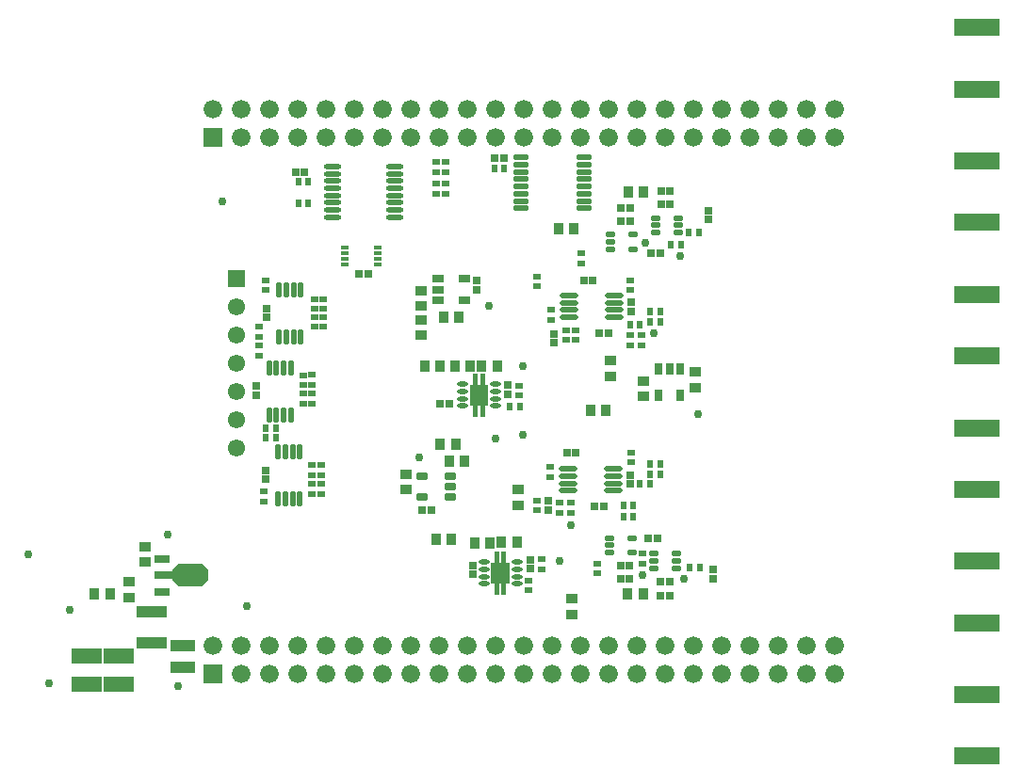
<source format=gbs>
G04 Layer_Color=16711935*
%FSLAX44Y44*%
%MOMM*%
G71*
G01*
G75*
%ADD102C,0.7500*%
%ADD103R,0.6000X0.7000*%
%ADD104R,0.6700X0.6700*%
%ADD105R,0.7000X0.6000*%
%ADD106R,1.0500X0.8500*%
%ADD107R,0.8500X1.0500*%
%ADD109R,0.6700X0.6700*%
%ADD113R,4.1000X1.6500*%
%ADD129O,1.5500X0.5000*%
%ADD130O,1.6500X0.5490*%
%ADD133R,2.7500X1.1000*%
%ADD141R,0.8000X1.0500*%
%ADD152C,1.5500*%
%ADD153R,1.5500X1.5500*%
%ADD154C,1.6740*%
%ADD155R,1.6740X1.6740*%
%ADD156R,2.7500X1.3500*%
G04:AMPARAMS|DCode=157|XSize=0.549mm|YSize=0.8mm|CornerRadius=0.1249mm|HoleSize=0mm|Usage=FLASHONLY|Rotation=90.000|XOffset=0mm|YOffset=0mm|HoleType=Round|Shape=RoundedRectangle|*
%AMROUNDEDRECTD157*
21,1,0.5490,0.5503,0,0,90.0*
21,1,0.2993,0.8000,0,0,90.0*
1,1,0.2498,0.2751,0.1496*
1,1,0.2498,0.2751,-0.1496*
1,1,0.2498,-0.2751,-0.1496*
1,1,0.2498,-0.2751,0.1496*
%
%ADD157ROUNDEDRECTD157*%
%ADD158R,0.9500X1.0500*%
%ADD159R,2.2300X1.1300*%
%ADD160R,1.6400X1.8900*%
%ADD161O,0.9900X0.4400*%
G04:AMPARAMS|DCode=162|XSize=0.4mm|YSize=0.75mm|CornerRadius=0.125mm|HoleSize=0mm|Usage=FLASHONLY|Rotation=270.000|XOffset=0mm|YOffset=0mm|HoleType=Round|Shape=RoundedRectangle|*
%AMROUNDEDRECTD162*
21,1,0.4000,0.5000,0,0,270.0*
21,1,0.1500,0.7500,0,0,270.0*
1,1,0.2500,-0.2500,-0.0750*
1,1,0.2500,-0.2500,0.0750*
1,1,0.2500,0.2500,0.0750*
1,1,0.2500,0.2500,-0.0750*
%
%ADD162ROUNDEDRECTD162*%
%ADD163R,1.0500X0.7500*%
%ADD164R,1.0500X0.9500*%
G04:AMPARAMS|DCode=165|XSize=1.95mm|YSize=3.15mm|CornerRadius=0mm|HoleSize=0mm|Usage=FLASHONLY|Rotation=270.000|XOffset=0mm|YOffset=0mm|HoleType=Round|Shape=Octagon|*
%AMOCTAGOND165*
4,1,8,1.5750,0.4875,1.5750,-0.4875,1.0875,-0.9750,-1.0875,-0.9750,-1.5750,-0.4875,-1.5750,0.4875,-1.0875,0.9750,1.0875,0.9750,1.5750,0.4875,0.0*
%
%ADD165OCTAGOND165*%

%ADD166R,1.3500X0.6500*%
%ADD167R,1.7500X0.6500*%
G04:AMPARAMS|DCode=168|XSize=0.549mm|YSize=1.3mm|CornerRadius=0.1189mm|HoleSize=0mm|Usage=FLASHONLY|Rotation=0.000|XOffset=0mm|YOffset=0mm|HoleType=Round|Shape=RoundedRectangle|*
%AMROUNDEDRECTD168*
21,1,0.5490,1.0622,0,0,0.0*
21,1,0.3112,1.3000,0,0,0.0*
1,1,0.2378,0.1556,-0.5311*
1,1,0.2378,-0.1556,-0.5311*
1,1,0.2378,-0.1556,0.5311*
1,1,0.2378,0.1556,0.5311*
%
%ADD168ROUNDEDRECTD168*%
G04:AMPARAMS|DCode=169|XSize=0.5499mm|YSize=1.35mm|CornerRadius=0.125mm|HoleSize=0mm|Usage=FLASHONLY|Rotation=90.000|XOffset=0mm|YOffset=0mm|HoleType=Round|Shape=RoundedRectangle|*
%AMROUNDEDRECTD169*
21,1,0.5499,1.1000,0,0,90.0*
21,1,0.2999,1.3500,0,0,90.0*
1,1,0.2500,0.5500,0.1500*
1,1,0.2500,0.5500,-0.1500*
1,1,0.2500,-0.5500,-0.1500*
1,1,0.2500,-0.5500,0.1500*
%
%ADD169ROUNDEDRECTD169*%
G04:AMPARAMS|DCode=170|XSize=0.7mm|YSize=0.95mm|CornerRadius=0.1245mm|HoleSize=0mm|Usage=FLASHONLY|Rotation=90.000|XOffset=0mm|YOffset=0mm|HoleType=Round|Shape=RoundedRectangle|*
%AMROUNDEDRECTD170*
21,1,0.7000,0.7010,0,0,90.0*
21,1,0.4510,0.9500,0,0,90.0*
1,1,0.2490,0.3505,0.2255*
1,1,0.2490,0.3505,-0.2255*
1,1,0.2490,-0.3505,-0.2255*
1,1,0.2490,-0.3505,0.2255*
%
%ADD170ROUNDEDRECTD170*%
G36*
X1221760Y891693D02*
X1221867Y891668D01*
X1221969Y891626D01*
X1222063Y891568D01*
X1222147Y891497D01*
X1222218Y891413D01*
X1222276Y891319D01*
X1222318Y891217D01*
X1222344Y891110D01*
X1222352Y891000D01*
Y881452D01*
X1224500D01*
X1224610Y881443D01*
X1224717Y881418D01*
X1224819Y881376D01*
X1224913Y881318D01*
X1224997Y881246D01*
X1225068Y881163D01*
X1225126Y881069D01*
X1225168Y880967D01*
X1225194Y880860D01*
X1225202Y880750D01*
Y863250D01*
X1225194Y863140D01*
X1225168Y863033D01*
X1225126Y862931D01*
X1225068Y862837D01*
X1224997Y862754D01*
X1224913Y862682D01*
X1224819Y862624D01*
X1224717Y862582D01*
X1224610Y862557D01*
X1224500Y862548D01*
X1222352D01*
Y853000D01*
X1222344Y852890D01*
X1222318Y852783D01*
X1222276Y852681D01*
X1222218Y852587D01*
X1222147Y852504D01*
X1222063Y852432D01*
X1221969Y852374D01*
X1221867Y852332D01*
X1221760Y852307D01*
X1221650Y852298D01*
X1218850D01*
X1218740Y852307D01*
X1218633Y852332D01*
X1218531Y852374D01*
X1218437Y852432D01*
X1218354Y852504D01*
X1218282Y852587D01*
X1218224Y852681D01*
X1218182Y852783D01*
X1218157Y852890D01*
X1218148Y853000D01*
Y862548D01*
X1215852D01*
Y853000D01*
X1215844Y852890D01*
X1215818Y852783D01*
X1215776Y852681D01*
X1215718Y852587D01*
X1215647Y852504D01*
X1215563Y852432D01*
X1215469Y852374D01*
X1215367Y852332D01*
X1215260Y852307D01*
X1215150Y852298D01*
X1212350D01*
X1212240Y852307D01*
X1212133Y852332D01*
X1212031Y852374D01*
X1211937Y852432D01*
X1211854Y852504D01*
X1211782Y852587D01*
X1211724Y852681D01*
X1211682Y852783D01*
X1211657Y852890D01*
X1211648Y853000D01*
Y862548D01*
X1209500D01*
X1209390Y862557D01*
X1209283Y862582D01*
X1209181Y862624D01*
X1209087Y862682D01*
X1209004Y862754D01*
X1208932Y862837D01*
X1208875Y862931D01*
X1208832Y863033D01*
X1208807Y863140D01*
X1208798Y863250D01*
Y880750D01*
X1208807Y880860D01*
X1208832Y880967D01*
X1208875Y881069D01*
X1208932Y881163D01*
X1209004Y881246D01*
X1209087Y881318D01*
X1209181Y881376D01*
X1209283Y881418D01*
X1209390Y881443D01*
X1209500Y881452D01*
X1211648D01*
Y891000D01*
X1211657Y891110D01*
X1211682Y891217D01*
X1211724Y891319D01*
X1211782Y891413D01*
X1211854Y891497D01*
X1211937Y891568D01*
X1212031Y891626D01*
X1212133Y891668D01*
X1212240Y891693D01*
X1212350Y891702D01*
X1215150D01*
X1215260Y891693D01*
X1215367Y891668D01*
X1215469Y891626D01*
X1215563Y891568D01*
X1215647Y891497D01*
X1215718Y891413D01*
X1215776Y891319D01*
X1215818Y891217D01*
X1215844Y891110D01*
X1215852Y891000D01*
Y881452D01*
X1218148D01*
Y891000D01*
X1218157Y891110D01*
X1218182Y891217D01*
X1218224Y891319D01*
X1218282Y891413D01*
X1218354Y891497D01*
X1218437Y891568D01*
X1218531Y891626D01*
X1218633Y891668D01*
X1218740Y891693D01*
X1218850Y891702D01*
X1221650D01*
X1221760Y891693D01*
D02*
G37*
G36*
X1202760Y1051693D02*
X1202867Y1051668D01*
X1202969Y1051626D01*
X1203063Y1051568D01*
X1203146Y1051497D01*
X1203218Y1051413D01*
X1203276Y1051319D01*
X1203318Y1051217D01*
X1203344Y1051110D01*
X1203352Y1051000D01*
Y1041452D01*
X1205500D01*
X1205610Y1041443D01*
X1205717Y1041418D01*
X1205819Y1041376D01*
X1205913Y1041318D01*
X1205996Y1041246D01*
X1206068Y1041163D01*
X1206126Y1041069D01*
X1206168Y1040967D01*
X1206193Y1040860D01*
X1206202Y1040750D01*
Y1023250D01*
X1206193Y1023140D01*
X1206168Y1023033D01*
X1206126Y1022931D01*
X1206068Y1022837D01*
X1205996Y1022754D01*
X1205913Y1022682D01*
X1205819Y1022624D01*
X1205717Y1022582D01*
X1205610Y1022557D01*
X1205500Y1022548D01*
X1203352D01*
Y1013000D01*
X1203344Y1012890D01*
X1203318Y1012783D01*
X1203276Y1012681D01*
X1203218Y1012587D01*
X1203146Y1012504D01*
X1203063Y1012432D01*
X1202969Y1012374D01*
X1202867Y1012332D01*
X1202760Y1012307D01*
X1202650Y1012298D01*
X1199850D01*
X1199740Y1012307D01*
X1199633Y1012332D01*
X1199531Y1012374D01*
X1199437Y1012432D01*
X1199353Y1012504D01*
X1199282Y1012587D01*
X1199224Y1012681D01*
X1199182Y1012783D01*
X1199156Y1012890D01*
X1199148Y1013000D01*
Y1022548D01*
X1196852D01*
Y1013000D01*
X1196843Y1012890D01*
X1196818Y1012783D01*
X1196776Y1012681D01*
X1196718Y1012587D01*
X1196646Y1012504D01*
X1196563Y1012432D01*
X1196469Y1012374D01*
X1196367Y1012332D01*
X1196260Y1012307D01*
X1196150Y1012298D01*
X1193350D01*
X1193240Y1012307D01*
X1193133Y1012332D01*
X1193031Y1012374D01*
X1192937Y1012432D01*
X1192853Y1012504D01*
X1192782Y1012587D01*
X1192724Y1012681D01*
X1192682Y1012783D01*
X1192656Y1012890D01*
X1192648Y1013000D01*
Y1022548D01*
X1190500D01*
X1190390Y1022557D01*
X1190283Y1022582D01*
X1190181Y1022624D01*
X1190087Y1022682D01*
X1190004Y1022754D01*
X1189932Y1022837D01*
X1189874Y1022931D01*
X1189832Y1023033D01*
X1189807Y1023140D01*
X1189798Y1023250D01*
Y1040750D01*
X1189807Y1040860D01*
X1189832Y1040967D01*
X1189874Y1041069D01*
X1189932Y1041163D01*
X1190004Y1041246D01*
X1190087Y1041318D01*
X1190181Y1041376D01*
X1190283Y1041418D01*
X1190390Y1041443D01*
X1190500Y1041452D01*
X1192648D01*
Y1051000D01*
X1192656Y1051110D01*
X1192682Y1051217D01*
X1192724Y1051319D01*
X1192782Y1051413D01*
X1192853Y1051497D01*
X1192937Y1051568D01*
X1193031Y1051626D01*
X1193133Y1051668D01*
X1193240Y1051693D01*
X1193350Y1051702D01*
X1196150D01*
X1196260Y1051693D01*
X1196367Y1051668D01*
X1196469Y1051626D01*
X1196563Y1051568D01*
X1196646Y1051497D01*
X1196718Y1051413D01*
X1196776Y1051319D01*
X1196818Y1051217D01*
X1196843Y1051110D01*
X1196852Y1051000D01*
Y1041452D01*
X1199148D01*
Y1051000D01*
X1199156Y1051110D01*
X1199182Y1051217D01*
X1199224Y1051319D01*
X1199282Y1051413D01*
X1199353Y1051497D01*
X1199437Y1051568D01*
X1199531Y1051626D01*
X1199633Y1051668D01*
X1199740Y1051693D01*
X1199850Y1051702D01*
X1202650D01*
X1202760Y1051693D01*
D02*
G37*
D102*
X967000Y1206000D02*
D03*
X830000Y839000D02*
D03*
X811000Y773000D02*
D03*
X927000Y770000D02*
D03*
X1144000Y976000D02*
D03*
X1207000Y1112000D02*
D03*
X1237000Y1058000D02*
D03*
X1270000Y883000D02*
D03*
X918000Y907000D02*
D03*
X1395000Y1015000D02*
D03*
X1213000Y993000D02*
D03*
X1237000Y996000D02*
D03*
X989000Y842000D02*
D03*
X793000Y889000D02*
D03*
X1345000Y870000D02*
D03*
X1379000Y1157000D02*
D03*
X1382000Y867000D02*
D03*
X1347500Y1169500D02*
D03*
X1280000Y915000D02*
D03*
X1355000Y1087500D02*
D03*
D103*
X1220500Y1236000D02*
D03*
X1211500D02*
D03*
X1035500Y1205000D02*
D03*
X1044500D02*
D03*
X1035500Y1224000D02*
D03*
X1044500D02*
D03*
X1006500Y994000D02*
D03*
X1015500D02*
D03*
X1006500Y1002000D02*
D03*
X1015500D02*
D03*
X1342500Y952000D02*
D03*
X1351500D02*
D03*
X1333500Y1095000D02*
D03*
X1342500D02*
D03*
X1336500Y933000D02*
D03*
X1327500D02*
D03*
X1327500Y923000D02*
D03*
X1336500D02*
D03*
X1360500Y970000D02*
D03*
X1351500D02*
D03*
X1351500Y961000D02*
D03*
X1360500D02*
D03*
X1370500Y1167000D02*
D03*
X1379500D02*
D03*
X1395500Y1178000D02*
D03*
X1386500D02*
D03*
X1396500Y877000D02*
D03*
X1387500D02*
D03*
X1351500Y1098000D02*
D03*
X1360500D02*
D03*
X1360500Y1107000D02*
D03*
X1351500D02*
D03*
X1225500Y1022000D02*
D03*
X1234500D02*
D03*
D104*
X1260000Y929000D02*
D03*
Y937000D02*
D03*
X1334000Y952000D02*
D03*
Y960000D02*
D03*
X1404000Y1198000D02*
D03*
Y1190000D02*
D03*
X1408000Y867000D02*
D03*
Y875000D02*
D03*
X1244000Y876000D02*
D03*
Y884000D02*
D03*
X1192000Y879000D02*
D03*
Y871000D02*
D03*
X1265000Y1079000D02*
D03*
Y1087000D02*
D03*
X1334343Y1107500D02*
D03*
Y1115500D02*
D03*
X1224000Y1033000D02*
D03*
Y1041000D02*
D03*
X1196000Y1127000D02*
D03*
Y1135000D02*
D03*
X1006000Y956500D02*
D03*
Y964500D02*
D03*
X998000Y1032000D02*
D03*
Y1040000D02*
D03*
X1007000Y1102000D02*
D03*
Y1110000D02*
D03*
D105*
X1159000Y1241500D02*
D03*
Y1232500D02*
D03*
Y1213500D02*
D03*
Y1222500D02*
D03*
X1168000Y1232500D02*
D03*
Y1241500D02*
D03*
Y1222500D02*
D03*
Y1213500D02*
D03*
X1004000Y945500D02*
D03*
Y936500D02*
D03*
X1000000Y1076500D02*
D03*
Y1067500D02*
D03*
X1006000Y1126500D02*
D03*
Y1135500D02*
D03*
X1000000Y1093500D02*
D03*
Y1084500D02*
D03*
X1304000Y880500D02*
D03*
Y871500D02*
D03*
X1290000Y1159500D02*
D03*
Y1150500D02*
D03*
X1280000Y935500D02*
D03*
Y926500D02*
D03*
X1285000Y1081500D02*
D03*
Y1090500D02*
D03*
X1262000Y967500D02*
D03*
Y958500D02*
D03*
X1270000Y935500D02*
D03*
Y926500D02*
D03*
X1250000Y937500D02*
D03*
Y928500D02*
D03*
X1335000Y971500D02*
D03*
Y980500D02*
D03*
X1345000Y889500D02*
D03*
Y880500D02*
D03*
X1242000Y856500D02*
D03*
Y865500D02*
D03*
X1254000Y875500D02*
D03*
Y884500D02*
D03*
X1262343Y1100000D02*
D03*
Y1109000D02*
D03*
X1276000Y1090500D02*
D03*
Y1081500D02*
D03*
X1343500Y1085843D02*
D03*
Y1076843D02*
D03*
X1333500Y1076843D02*
D03*
Y1085843D02*
D03*
X1250343Y1130000D02*
D03*
Y1139000D02*
D03*
X1334000Y1126500D02*
D03*
Y1135500D02*
D03*
X1234000Y1031500D02*
D03*
Y1040500D02*
D03*
X1050000Y1093500D02*
D03*
Y1102500D02*
D03*
X1058000Y1093500D02*
D03*
Y1102500D02*
D03*
Y1118500D02*
D03*
Y1109500D02*
D03*
X1050000Y1118500D02*
D03*
Y1109500D02*
D03*
X1048000Y1024500D02*
D03*
Y1033500D02*
D03*
X1040000Y1024500D02*
D03*
Y1033500D02*
D03*
X1048000Y1050500D02*
D03*
Y1041500D02*
D03*
X1040000Y1050000D02*
D03*
Y1041000D02*
D03*
X1056285Y943000D02*
D03*
Y952000D02*
D03*
X1048000Y943000D02*
D03*
Y952000D02*
D03*
X1056285Y969000D02*
D03*
Y960000D02*
D03*
X1048000Y969000D02*
D03*
Y960000D02*
D03*
D106*
X1316000Y1063000D02*
D03*
Y1049000D02*
D03*
X1233000Y933000D02*
D03*
Y947000D02*
D03*
X898000Y896000D02*
D03*
Y882000D02*
D03*
X883000Y864000D02*
D03*
Y850000D02*
D03*
X1281000Y835000D02*
D03*
Y849000D02*
D03*
X1132000Y947000D02*
D03*
Y961000D02*
D03*
X1392000Y1053000D02*
D03*
Y1039000D02*
D03*
X1346000Y1045000D02*
D03*
Y1031000D02*
D03*
X1146000Y1112000D02*
D03*
Y1126000D02*
D03*
D107*
X1283000Y1182000D02*
D03*
X1269000D02*
D03*
X1232000Y900000D02*
D03*
X1218000D02*
D03*
X1208000Y899000D02*
D03*
X1194000D02*
D03*
X1185000Y973000D02*
D03*
X1171000D02*
D03*
X1190000Y1058000D02*
D03*
X1176000D02*
D03*
X1200000Y1058000D02*
D03*
X1214000D02*
D03*
X1166000Y1102000D02*
D03*
X1180000D02*
D03*
D109*
X1212000Y1245000D02*
D03*
X1220000D02*
D03*
X1361343Y1203500D02*
D03*
X1369343D02*
D03*
X1325343Y1188500D02*
D03*
X1333343D02*
D03*
X1285000Y980000D02*
D03*
X1277000D02*
D03*
X1302000Y932000D02*
D03*
X1310000D02*
D03*
X1361343Y1215500D02*
D03*
X1369343D02*
D03*
X1325000Y867000D02*
D03*
X1333000D02*
D03*
X1325343Y1200500D02*
D03*
X1333343D02*
D03*
X1352750Y1160000D02*
D03*
X1360750D02*
D03*
X1369000Y852000D02*
D03*
X1361000D02*
D03*
X1358000Y903000D02*
D03*
X1350000D02*
D03*
X1369000Y864000D02*
D03*
X1361000D02*
D03*
X1325000Y879000D02*
D03*
X1333000D02*
D03*
X1155000Y929000D02*
D03*
X1147000D02*
D03*
X1300000Y1135000D02*
D03*
X1292000D02*
D03*
X1314000Y1088000D02*
D03*
X1306000D02*
D03*
X1033000Y1233000D02*
D03*
X1041000D02*
D03*
X1163000Y1024000D02*
D03*
X1171000D02*
D03*
X1090000Y1141000D02*
D03*
X1098000D02*
D03*
D113*
X1645250Y1187300D02*
D03*
Y1242700D02*
D03*
Y827300D02*
D03*
Y882700D02*
D03*
Y947300D02*
D03*
Y1002700D02*
D03*
Y1067300D02*
D03*
Y1122700D02*
D03*
Y1307300D02*
D03*
Y1362700D02*
D03*
Y707300D02*
D03*
Y762700D02*
D03*
D129*
X1122000Y1237750D02*
D03*
Y1231250D02*
D03*
Y1224750D02*
D03*
Y1218250D02*
D03*
Y1211750D02*
D03*
Y1205250D02*
D03*
Y1198750D02*
D03*
Y1192250D02*
D03*
X1066000Y1237750D02*
D03*
Y1231250D02*
D03*
Y1224750D02*
D03*
Y1218250D02*
D03*
Y1211750D02*
D03*
Y1205250D02*
D03*
Y1198750D02*
D03*
Y1192250D02*
D03*
D130*
X1318250Y965750D02*
D03*
Y959250D02*
D03*
Y952750D02*
D03*
Y946250D02*
D03*
X1277750Y965750D02*
D03*
Y959250D02*
D03*
Y952750D02*
D03*
Y946250D02*
D03*
X1319250Y1121750D02*
D03*
Y1115250D02*
D03*
Y1108750D02*
D03*
Y1102250D02*
D03*
X1278750Y1121750D02*
D03*
Y1115250D02*
D03*
Y1108750D02*
D03*
Y1102250D02*
D03*
D133*
X904000Y809000D02*
D03*
Y837000D02*
D03*
D141*
X1359500Y1032000D02*
D03*
X1378500D02*
D03*
Y1056000D02*
D03*
X1369000D02*
D03*
X1359500D02*
D03*
D152*
X980000Y1060800D02*
D03*
Y1111600D02*
D03*
Y1086200D02*
D03*
Y1035400D02*
D03*
Y1010000D02*
D03*
Y984600D02*
D03*
D153*
Y1137000D02*
D03*
D154*
X1517650Y806450D02*
D03*
X1492250D02*
D03*
X1466850D02*
D03*
X1441450D02*
D03*
X1416050D02*
D03*
X1390650D02*
D03*
X1365250D02*
D03*
X1339850D02*
D03*
X1314450D02*
D03*
X1289050D02*
D03*
X1263650D02*
D03*
X1238250D02*
D03*
X1212850D02*
D03*
X1187450D02*
D03*
X1162050D02*
D03*
X1136650D02*
D03*
X1111250D02*
D03*
X1085850D02*
D03*
X1060450D02*
D03*
X1035050D02*
D03*
X1009650D02*
D03*
X984250D02*
D03*
X958850D02*
D03*
X1517650Y781050D02*
D03*
X1492250D02*
D03*
X1466850D02*
D03*
X1441450D02*
D03*
X1416050D02*
D03*
X1390650D02*
D03*
X1365250D02*
D03*
X1339850D02*
D03*
X1314450D02*
D03*
X1289050D02*
D03*
X1263650D02*
D03*
X1238250D02*
D03*
X1212850D02*
D03*
X1187450D02*
D03*
X1162050D02*
D03*
X1136650D02*
D03*
X1111250D02*
D03*
X1085850D02*
D03*
X1060450D02*
D03*
X1035050D02*
D03*
X1009650D02*
D03*
X984250D02*
D03*
Y1263650D02*
D03*
X1009650D02*
D03*
X1035050D02*
D03*
X1060450D02*
D03*
X1085850D02*
D03*
X1111250D02*
D03*
X1136650D02*
D03*
X1162050D02*
D03*
X1187450D02*
D03*
X1212850D02*
D03*
X1238250D02*
D03*
X1263650D02*
D03*
X1289050D02*
D03*
X1314450D02*
D03*
X1339850D02*
D03*
X1365250D02*
D03*
X1390650D02*
D03*
X1416050D02*
D03*
X1441450D02*
D03*
X1466850D02*
D03*
X1492250D02*
D03*
X1517650D02*
D03*
X958850Y1289050D02*
D03*
X984250D02*
D03*
X1009650D02*
D03*
X1035050D02*
D03*
X1060450D02*
D03*
X1085850D02*
D03*
X1111250D02*
D03*
X1136650D02*
D03*
X1162050D02*
D03*
X1187450D02*
D03*
X1212850D02*
D03*
X1238250D02*
D03*
X1263650D02*
D03*
X1289050D02*
D03*
X1314450D02*
D03*
X1339850D02*
D03*
X1365250D02*
D03*
X1390650D02*
D03*
X1416050D02*
D03*
X1441450D02*
D03*
X1466850D02*
D03*
X1492250D02*
D03*
X1517650D02*
D03*
D155*
X958850Y781050D02*
D03*
Y1263650D02*
D03*
D156*
X874000Y797750D02*
D03*
Y772250D02*
D03*
X845000Y797500D02*
D03*
Y772000D02*
D03*
D157*
X1375250Y889500D02*
D03*
Y883000D02*
D03*
Y876500D02*
D03*
X1354750D02*
D03*
Y883000D02*
D03*
Y889500D02*
D03*
X1356750Y1178500D02*
D03*
Y1185000D02*
D03*
Y1191500D02*
D03*
X1377250D02*
D03*
Y1185000D02*
D03*
Y1178500D02*
D03*
X1336250Y1163500D02*
D03*
Y1176500D02*
D03*
X1315750D02*
D03*
Y1170000D02*
D03*
Y1163500D02*
D03*
X1335250Y890500D02*
D03*
Y903500D02*
D03*
X1314750D02*
D03*
Y897000D02*
D03*
Y890500D02*
D03*
D158*
X1345933Y1214590D02*
D03*
X1331933D02*
D03*
X1173000Y902000D02*
D03*
X1159000D02*
D03*
X1345590Y852910D02*
D03*
X1331590D02*
D03*
X1177000Y988000D02*
D03*
X1163000D02*
D03*
X1298000Y1018000D02*
D03*
X1312000D02*
D03*
X1149000Y1058000D02*
D03*
X1163000D02*
D03*
X866000Y853000D02*
D03*
X852000D02*
D03*
D159*
X932000Y786900D02*
D03*
Y807100D02*
D03*
D160*
X1198000Y1032000D02*
D03*
X1217000Y872000D02*
D03*
D161*
X1183250Y1041750D02*
D03*
Y1035250D02*
D03*
Y1028750D02*
D03*
Y1022250D02*
D03*
X1212750D02*
D03*
Y1028750D02*
D03*
Y1035250D02*
D03*
Y1041750D02*
D03*
X1231750Y881750D02*
D03*
Y875250D02*
D03*
Y868750D02*
D03*
Y862250D02*
D03*
X1202250D02*
D03*
Y868750D02*
D03*
Y875250D02*
D03*
Y881750D02*
D03*
D162*
X1107000Y1164500D02*
D03*
Y1159500D02*
D03*
Y1154500D02*
D03*
Y1149500D02*
D03*
X1077000Y1164500D02*
D03*
Y1159500D02*
D03*
Y1154500D02*
D03*
Y1149500D02*
D03*
D163*
X1161000Y1117500D02*
D03*
Y1127000D02*
D03*
Y1136500D02*
D03*
X1185000D02*
D03*
Y1117500D02*
D03*
D164*
X1146000Y1100000D02*
D03*
Y1086000D02*
D03*
D165*
X938000Y870000D02*
D03*
D166*
X913000Y885000D02*
D03*
Y855000D02*
D03*
D167*
X915000Y870000D02*
D03*
D168*
X1018285Y1126750D02*
D03*
X1024785D02*
D03*
X1031285D02*
D03*
X1037785D02*
D03*
X1018285Y1084250D02*
D03*
X1024785D02*
D03*
X1031285D02*
D03*
X1037785D02*
D03*
X1009285Y1056750D02*
D03*
X1015785D02*
D03*
X1022285D02*
D03*
X1028785D02*
D03*
X1009285Y1014250D02*
D03*
X1015785D02*
D03*
X1022285D02*
D03*
X1028785D02*
D03*
X1017285Y981250D02*
D03*
X1023785D02*
D03*
X1030285D02*
D03*
X1036785D02*
D03*
X1017285Y938750D02*
D03*
X1023785D02*
D03*
X1030285D02*
D03*
X1036785D02*
D03*
D169*
X1292500Y1245750D02*
D03*
Y1239250D02*
D03*
Y1232750D02*
D03*
Y1226250D02*
D03*
Y1219750D02*
D03*
Y1213250D02*
D03*
Y1206750D02*
D03*
Y1200250D02*
D03*
X1235500Y1245750D02*
D03*
Y1239250D02*
D03*
Y1232750D02*
D03*
Y1226250D02*
D03*
Y1219750D02*
D03*
Y1213250D02*
D03*
Y1206750D02*
D03*
Y1200250D02*
D03*
D170*
X1146250Y959500D02*
D03*
Y940500D02*
D03*
X1171750D02*
D03*
Y950000D02*
D03*
Y959500D02*
D03*
M02*

</source>
